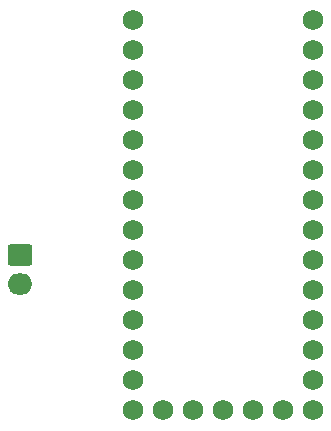
<source format=gbr>
%TF.GenerationSoftware,KiCad,Pcbnew,8.0.1*%
%TF.CreationDate,2024-04-29T03:40:20-07:00*%
%TF.ProjectId,CanSat PCB,43616e53-6174-4205-9043-422e6b696361,4*%
%TF.SameCoordinates,Original*%
%TF.FileFunction,Soldermask,Bot*%
%TF.FilePolarity,Negative*%
%FSLAX46Y46*%
G04 Gerber Fmt 4.6, Leading zero omitted, Abs format (unit mm)*
G04 Created by KiCad (PCBNEW 8.0.1) date 2024-04-29 03:40:20*
%MOMM*%
%LPD*%
G01*
G04 APERTURE LIST*
G04 Aperture macros list*
%AMRoundRect*
0 Rectangle with rounded corners*
0 $1 Rounding radius*
0 $2 $3 $4 $5 $6 $7 $8 $9 X,Y pos of 4 corners*
0 Add a 4 corners polygon primitive as box body*
4,1,4,$2,$3,$4,$5,$6,$7,$8,$9,$2,$3,0*
0 Add four circle primitives for the rounded corners*
1,1,$1+$1,$2,$3*
1,1,$1+$1,$4,$5*
1,1,$1+$1,$6,$7*
1,1,$1+$1,$8,$9*
0 Add four rect primitives between the rounded corners*
20,1,$1+$1,$2,$3,$4,$5,0*
20,1,$1+$1,$4,$5,$6,$7,0*
20,1,$1+$1,$6,$7,$8,$9,0*
20,1,$1+$1,$8,$9,$2,$3,0*%
G04 Aperture macros list end*
%ADD10RoundRect,0.264941X-0.785859X0.635859X-0.785859X-0.635859X0.785859X-0.635859X0.785859X0.635859X0*%
%ADD11O,2.101600X1.801600*%
%ADD12C,1.734000*%
G04 APERTURE END LIST*
D10*
%TO.C,J8*%
X81354000Y-58282000D03*
D11*
X81354000Y-60782000D03*
%TD*%
D12*
%TO.C,U6*%
X90932000Y-40990000D03*
X90932000Y-43530000D03*
X90932000Y-46070000D03*
X90932000Y-48610000D03*
X96012000Y-71470000D03*
X106172000Y-43530000D03*
X90932000Y-51150000D03*
X90932000Y-53690000D03*
X90932000Y-56230000D03*
X90932000Y-58770000D03*
X90932000Y-61310000D03*
X90932000Y-63850000D03*
X90932000Y-66390000D03*
X90932000Y-68930000D03*
X90932000Y-71470000D03*
X106172000Y-71470000D03*
X106172000Y-68930000D03*
X106172000Y-66390000D03*
X106172000Y-63850000D03*
X106172000Y-61310000D03*
X106172000Y-58770000D03*
X106172000Y-56230000D03*
X106172000Y-53690000D03*
X106172000Y-51150000D03*
X106172000Y-48610000D03*
X106172000Y-46070000D03*
X90932000Y-38450000D03*
X98552000Y-71470000D03*
X106172000Y-40990000D03*
X103632000Y-71470000D03*
X101092000Y-71470000D03*
X93472000Y-71470000D03*
X106172000Y-38450000D03*
%TD*%
M02*

</source>
